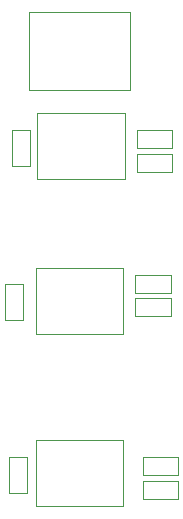
<source format=gbr>
%TF.GenerationSoftware,Altium Limited,Altium Designer,20.0.13 (296)*%
G04 Layer_Color=32768*
%FSLAX45Y45*%
%MOMM*%
%TF.FileFunction,Other,Mechanical_15*%
%TF.Part,Single*%
G01*
G75*
%TA.AperFunction,NonConductor*%
%ADD50C,0.05000*%
D50*
X14996902Y12185899D02*
Y12845898D01*
X14136897Y12185899D02*
Y12845898D01*
X14996902D01*
X14136897Y12185899D02*
X14996902D01*
X14950603Y11429401D02*
Y11989399D01*
X14208603Y11429401D02*
Y11989399D01*
Y11429401D02*
X14950603D01*
X14208603Y11989399D02*
X14950603D01*
X15050902Y11848902D02*
X15352898D01*
Y11696898D02*
Y11848902D01*
X15050902Y11696898D02*
X15352898D01*
X15050902D02*
Y11848902D01*
Y11645702D02*
X15352898D01*
Y11493698D02*
Y11645702D01*
X15050902Y11493698D02*
X15352898D01*
X15050902D02*
Y11645702D01*
X13995598Y11545702D02*
Y11847698D01*
X14147601D01*
Y11545702D02*
Y11847698D01*
X13995598Y11545702D02*
X14147601D01*
X13970198Y8777102D02*
Y9079098D01*
X14122202D01*
Y8777102D02*
Y9079098D01*
X13970198Y8777102D02*
X14122202D01*
X14935507Y8660954D02*
Y9220953D01*
X14193507Y8660954D02*
Y9220953D01*
Y8660954D02*
X14935507D01*
X14193507Y9220953D02*
X14935507D01*
X15101701Y9080302D02*
X15403699D01*
Y8928298D02*
Y9080302D01*
X15101701Y8928298D02*
X15403699D01*
X15101701D02*
Y9080302D01*
Y8877102D02*
X15403699D01*
Y8725098D02*
Y8877102D01*
X15101701Y8725098D02*
X15403699D01*
X15101701D02*
Y8877102D01*
X13932098Y10237602D02*
Y10539598D01*
X14084102D01*
Y10237602D02*
Y10539598D01*
X13932098Y10237602D02*
X14084102D01*
X15038202Y10426502D02*
X15340198D01*
Y10274498D02*
Y10426502D01*
X15038202Y10274498D02*
X15340198D01*
X15038202D02*
Y10426502D01*
Y10617002D02*
X15340198D01*
Y10464998D02*
Y10617002D01*
X15038202Y10464998D02*
X15340198D01*
X15038202D02*
Y10617002D01*
X14937903Y10121301D02*
Y10681299D01*
X14195903Y10121301D02*
Y10681299D01*
Y10121301D02*
X14937903D01*
X14195903Y10681299D02*
X14937903D01*
%TF.MD5,e11e8a9516b3c473cfda8ef94dccf569*%
M02*

</source>
